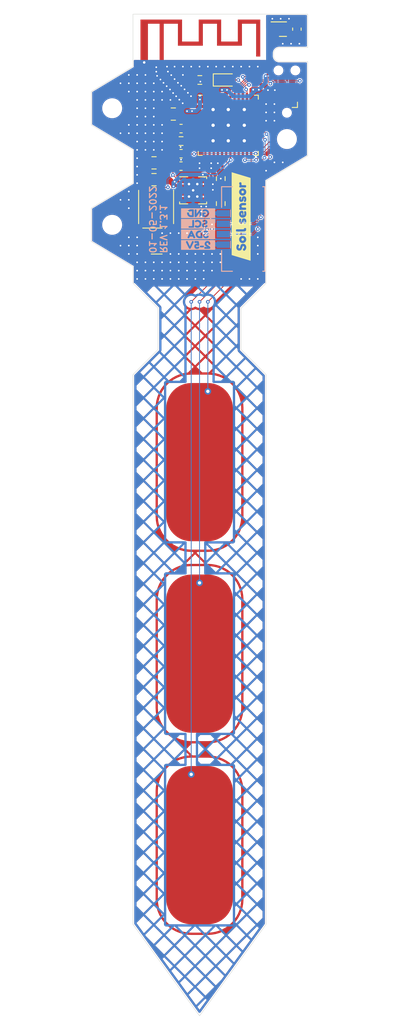
<source format=kicad_pcb>
(kicad_pcb (version 20211014) (generator pcbnew)
  (layers (0 "F.Cu" signal "Front") (31 "B.Cu" signal "Back") (34 "B.Paste" user) (35 "F.Paste" user) (36 "B.SilkS" user "B.Silkscreen") (37 "F.SilkS" user "F.Silkscreen") (38 "B.Mask" user) (39 "F.Mask" user) (44 "Edge.Cuts" user))
  (net 0 "")
  (net 1 "GND")
  (net 2 "+3V3")
  (net 3 "/EN")
  (net 4 "/BOOT")
  (net 5 "/TXD")
  (net 6 "/RXD")
  (net 7 "Net-(C3-Pad1)")
  (net 8 "/SCL_{1}")
  (net 14 "/CAP_SENSE_1")
  (net 15 "/CAP_SENSE_2")
  (net 16 "/SDA_{0}")
  (net 19 "/CAP_SENSE_3")
  (net 34 "/BAT_SENSE")
  (net 35 "/SDA_{1}")
  (net 41 "Net-(L1-Pad2)")
  (net 42 "/ANT")
  (net 43 "/BAT-")
  (net 44 "/BAT+")
  (net 45 "Net-(D1-Pad1)")
  (net 47 "Net-(D1-Pad2)")
  (net 48 "/SCL_{0}")
  (footprint "Capacitor_SMD:C_0805_2012Metric" (layer "F.Cu") (at 100.85 96.7 180)
    (fp_text reference "C7" hide)
    (fp_text value "10u")
  )
  (footprint "Capacitor_SMD:C_0603_1608Metric" (layer "F.Cu") (at 101.77999 101.45751 180)
    (fp_text reference "C6" hide)
    (fp_text value "100n")
  )
  (footprint "Package_DFN_QFN:QFN-48-1EP_7x7mm_P0.5mm_EP5.15x5.15mm" (layer "F.Cu") (at 107.455 98.045)
    (fp_text reference "U3")
    (fp_text value "ESP32-PICO-V3")
  )
  (footprint "Capacitor_SMD:C_0603_1608Metric" (layer "F.Cu") (at 101.77999 98.445 180)
    (fp_text reference "C8" hide)
    (fp_text value "100n")
  )
  (footprint "Connector:Tag-Connect_TC2030-IDC-NL_2x03_P1.27mm_Vertical" (layer "F.Cu") (at 114.5 94 90)
    (fp_text reference "J2")
    (fp_text value "ESP-PROG")
  )
  (footprint "RF_Antenna:Texas_SWRA117D_2.4GHz_Right" (layer "F.Cu") (at 99.45 90.5)
    (fp_text reference "AE1")
    (fp_text value "Antenna_Chip")
  )
  (footprint "Resistor_SMD:R_0603_1608Metric" (layer "F.Cu") (at 101.77999 99.945)
    (fp_text reference "R3" hide)
    (fp_text value "10k")
  )
  (footprint "Resistor_SMD:R_0603_1608Metric" (layer "F.Cu") (at 106.55 104.45 -90)
    (fp_text reference "R1" hide)
    (fp_text value "1M5")
  )
  (footprint "Capacitor_SMD:C_0805_2012Metric" (layer "F.Cu") (at 98.52999 102.55751 180)
    (fp_text reference "C5" hide)
    (fp_text value "10u")
  )
  (footprint "LED_SMD:LED_0603_1608Metric" (layer "F.Cu") (at 107.13625 92.605)
    (fp_text reference "D1")
    (fp_text value "LED")
  )
  (footprint "Resistor_SMD:R_0603_1608Metric" (layer "F.Cu") (at 104.03625 92.605 180)
    (fp_text reference "R4" hide)
    (fp_text value "3k3")
  )
  (footprint "kibuzzard-61BE0345" (layer "F.Cu") (at 109 109 90)
    (fp_text reference "kibuzzard-61BE0345" hide)
    (fp_text value "G***" hide)
  )
  (footprint "MountingHole:MountingHole_2.2mm_M2_ISO14580" (layer "F.Cu") (at 93.5 96)
    (fp_text reference "REF**")
    (fp_text value "MountingHole_2.2mm_M2_ISO14580")
  )
  (footprint "Soil_Sensor:XDCR_SHT40-AD1B-R2" (layer "F.Cu") (at 113.7 86.5)
    (fp_text reference "U1")
    (fp_text value "SHT4x")
  )
  (footprint "Capacitor_SMD:C_0603_1608Metric" (layer "F.Cu") (at 101.775 102.95)
    (fp_text reference "C3" hide)
    (fp_text value "100nF")
  )
  (footprint "MountingHole:MountingHole_2.2mm_M2_ISO14580" (layer "F.Cu") (at 114.5 99.7)
    (fp_text reference "REF**")
    (fp_text value "MountingHole_2.2mm_M2_ISO14580")
  )
  (footprint "Package_SON:Texas_S-PVSON-N10_ThermalVias" (layer "F.Cu") (at 103.22999 105.85751)
    (fp_text reference "U2" hide)
    (fp_text value "TPS61201DRCT")
  )
  (footprint "MountingHole:MountingHole_2.2mm_M2_ISO14580" (layer "F.Cu") (at 93.5 110)
    (fp_text reference "REF**")
    (fp_text value "MountingHole_2.2mm_M2_ISO14580")
  )
  (footprint "Package_TO_SOT_SMD:SOT-23" (layer "F.Cu") (at 98.85 111.95)
    (fp_text reference "Q1" hide)
    (fp_text value "SI2312")
  )
  (footprint "Capacitor_SMD:C_0603_1608Metric" (layer "F.Cu") (at 102.575 108.95)
    (fp_text reference "C2" hide)
    (fp_text value "4.7uF")
  )
  (footprint "Inductor_SMD:L_Taiyo-Yuden_NR-40xx" (layer "F.Cu") (at 98.77999 107.85751 90)
    (fp_text reference "L1" hide)
    (fp_text value "2.2uH")
  )
  (footprint "Capacitor_SMD:C_0603_1608Metric" (layer "F.Cu") (at 115.7 86.5 90)
    (fp_text reference "C1" hide)
    (fp_text value "100n")
  )
  (footprint "Capacitor_SMD:C_0805_2012Metric" (layer "F.Cu") (at 98.525 104.575 180)
    (fp_text reference "C4" hide)
    (fp_text value "10u")
  )
  (footprint "Resistor_SMD:R_0603_1608Metric" (layer "F.Cu") (at 106.55 107.45 -90)
    (fp_text reference "R2" hide)
    (fp_text value "250k")
  )
  (footprint "kibuzzard-61BE000A" (layer "B.Cu") (at 103.827 111.147 180)
    (fp_text reference "kibuzzard-61BE000A" hide)
    (fp_text value "G***" hide)
  )
  (footprint "Soil_Sensor:MOLEX_532610471" (layer "B.Cu") (at 109.25 110.5 -90)
    (fp_text reference "J1")
    (fp_text value "532610471")
  )
  (footprint "kibuzzard-61BE0025" (layer "B.Cu") (at 103.827 108.607 180)
    (fp_text reference "kibuzzard-61BE0025" hide)
    (fp_text value "G***" hide)
  )
  (footprint "kibuzzard-61BE001F" (layer "B.Cu") (at 103.827 109.877 180)
    (fp_text reference "kibuzzard-61BE001F" hide)
    (fp_text value "G***" hide)
  )
  (footprint "kibuzzard-61BE0016" (layer "B.Cu") (at 103.827 112.417 180)
    (fp_text reference "kibuzzard-61BE0016" hide)
    (fp_text value "G***" hide)
  )
  (gr_line (start 112 194) (end 112 128) (layer "Edge.Cuts") (width 0.05))
  (gr_line (start 117 88.7) (end 113.6 88.7) (layer "Edge.Cuts") (width 0.05))
  (gr_line (start 113.594975 90.4) (end 117 90.4) (layer "Edge.Cuts") (width 0.05))
  (gr_line (start 99 120) (end 99 125) (layer "Edge.Cuts") (width 0.05))
  (gr_arc (start 112.9 89.4) (mid 113.105025 88.905025) (end 113.6 88.7) (layer "Edge.Cuts") (width 0.05))
  (gr_line (start 96 91) (end 91 94) (layer "Edge.Cuts") (width 0.05))
  (gr_line (start 96 101) (end 91 98) (layer "Edge.Cuts") (width 0.05))
  (gr_line (start 96 128) (end 99 125) (layer "Edge.Cuts") (width 0.05))
  (gr_line (start 117 101.7) (end 117 90.4) (layer "Edge.Cuts") (width 0.05))
  (gr_line (start 109 125) (end 112 128) (layer "Edge.Cuts") (width 0.05))
  (gr_line (start 112 194) (end 104 205) (layer "Edge.Cuts") (width 0.05))
  (gr_line (start 96 117) (end 96 115) (layer "Edge.Cuts") (width 0.05))
  (gr_line (start 104 205) (end 96 194) (layer "Edge.Cuts") (width 0.05))
  (gr_line (start 91 112) (end 91 108) (layer "Edge.Cuts") (width 0.05))
  (gr_line (start 109 120) (end 112 117) (layer "Edge.Cuts") (width 0.05))
  (gr_line (start 114.7 84.7) (end 96 84.7) (layer "Edge.Cuts") (width 0.05))
  (gr_line (start 99 120) (end 96 117) (layer "Edge.Cuts") (width 0.05))
  (gr_line (start 112.9 89.4) (end 112.894975 89.705025) (layer "Edge.Cuts") (width 0.05))
  (gr_line (start 96 105) (end 91 108) (layer "Edge.Cuts") (width 0.05))
  (gr_line (start 96 105) (end 96 101) (layer "Edge.Cuts") (width 0.05))
  (gr_line (start 96 84.7) (end 96 91) (layer "Edge.Cuts") (width 0.05))
  (gr_line (start 114.7 84.7) (end 117 84.7) (layer "Edge.Cuts") (width 0.05))
  (gr_line (start 117 88.7) (end 117 84.7) (layer "Edge.Cuts") (width 0.05))
  (gr_line (start 96 128) (end 96 194) (layer "Edge.Cuts") (width 0.05))
  (gr_line (start 117 101.7) (end 112 104.7) (layer "Edge.Cuts") (width 0.05))
  (gr_line (start 96 115) (end 91 112) (layer "Edge.Cuts") (width 0.05))
  (gr_line (start 91 98) (end 91 94) (layer "Edge.Cuts") (width 0.05))
  (gr_line (start 109 120) (end 109 125) (layer "Edge.Cuts") (width 0.05))
  (gr_arc (start 113.594975 90.4) (mid 113.10033 90.198203) (end 112.894975 89.705025) (layer "Edge.Cuts") (width 0.05))
  (gr_line (start 112 104.7) (end 112 117) (layer "Edge.Cuts") (width 0.05))
  (gr_text "REV 1.3.1\n01-05-2022" (at 99 113.5 270) (layer "B.SilkS") (effects (font (size 0.8 0.8)) (justify left mirror)))
  (segment (start 97.57999 104.55751) (end 97.57999 102.55751) (width 0.15) (layer "F.Cu") (net 1))
  (segment (start 103.81499 105.35751) (end 103.67999 105.22251) (width 0.15) (layer "F.Cu") (net 1))
  (segment (start 101.05499 101.45751) (end 102.55499 102.95751) (width 0.15) (layer "F.Cu") (net 1))
  (segment (start 104.70499 105.35751) (end 103.81499 105.35751) (width 0.15) (layer "F.Cu") (net 1))
  (segment (start 101.00499 101.45751) (end 101.05499 101.45751) (width 0.15) (layer "F.Cu") (net 1))
  (segment (start 102.64499 106.35751) (end 102.77999 106.49251) (width 0.15) (layer "F.Cu") (net 1))
  (segment (start 102.97999 107.48751) (end 102.97999 108.43251) (width 0.15) (layer "F.Cu") (net 1))
  (segment (start 103.47999 103.88251) (end 102.55499 102.95751) (width 0.15) (layer "F.Cu") (net 1))
  (segment (start 103.47999 107.40751) (end 103.47999 108.78251) (width 0.15) (layer "F.Cu") (net 1))
  (segment (start 102.97999 108.43251) (end 103.40499 108.85751) (width 0.15) (layer "F.Cu") (net 1))
  (segment (start 113.225 94) (end 113.05 93.825) (width 0.1) (layer "F.Cu") (net 1))
  (segment (start 102.97999 104.30751) (end 102.97999 103.38251) (width 0.15) (layer "F.Cu") (net 1))
  (segment (start 103.47999 108.78251) (end 103.40499 108.85751) (width 0.15) (layer "F.Cu") (net 1))
  (segment (start 101.75499 106.35751) (end 102.64499 106.35751) (width 0.15) (layer "F.Cu") (net 1))
  (segment (start 103.47999 104.30751) (end 103.47999 103.88251) (width 0.15) (layer "F.Cu") (net 1))
  (segment (start 113.865 94) (end 113.225 94) (width 0.1) (layer "F.Cu") (net 1))
  (segment (start 102.97999 103.38251) (end 102.55499 102.95751) (width 0.15) (layer "F.Cu") (net 1))
  (via (at 103.5 115.5) (size 0.45) (drill 0.2) (layers "F.Cu" "B.Cu") (net 1))
  (via (at 105.62999 96.15751) (size 0.8) (drill 0.4) (layers "F.Cu" "B.Cu") (net 1))
  (via (at 99.5 115.5) (size 0.45) (drill 0.2) (layers "F.Cu" "B.Cu") (net 1))
  (via (at 96.5 112.5) (size 0.45) (drill 0.2) (layers "F.Cu" "B.Cu") (net 1))
  (via (at 98.5 115.5) (size 0.45) (drill 0.2) (layers "F.Cu" "B.Cu") (net 1))
  (via (at 104.1 92.8) (size 0.45) (drill 0.2) (layers "F.Cu" "B.Cu") (net 1))
  (via (at 96.5 98) (size 0.45) (drill 0.2) (layers "F.Cu" "B.Cu") (net 1))
  (via (at 99.67 92.95) (size 0.45) (drill 0.2) (layers "F.Cu" "B.Cu") (net 1))
  (via (at 102.5 113.5) (size 0.45) (drill 0.2) (layers "F.Cu" "B.Cu") (net 1))
  (via (at 95.5 93) (size 0.45) (drill 0.2) (layers "F.Cu" "B.Cu") (net 1))
  (via (at 107.455 98.045) (size 0.8) (drill 0.4) (layers "F.Cu" "B.Cu") (net 1))
  (via (at 107.455 96.15751) (size 0.8) (drill 0.4) (layers "F.Cu" "B.Cu") (net 1))
  (via (at 112.75 85.25) (size 0.45) (drill 0.2) (layers "F.Cu" "B.Cu") (net 1))
  (via (at 94.5 112.5) (size 0.45) (drill 0.2) (layers "F.Cu" "B.Cu") (net 1))
  (via (at 104.5 115.5) (size 0.45) (drill 0.2) (layers "F.Cu" "B.Cu") (net 1))
  (via (at 96.5 93) (size 0.45) (drill 0.2) (layers "F.Cu" "B.Cu") (net 1))
  (via (at 95.5 106) (size 0.45) (drill 0.2) (layers "F.Cu" "B.Cu") (net 1))
  (via (at 114 88.25) (size 0.45) (drill 0.2) (layers "F.Cu" "B.Cu") (net 1))
  (via (at 113 96.5) (size 0.45) (drill 0.2) (layers "F.Cu" "B.Cu") (net 1))
  (via (at 112 103.5) (size 0.45) (drill 0.2) (layers "F.Cu" "B.Cu") (net 1))
  (via (at 98.5 99) (size 0.45) (drill 0.2) (layers "F.Cu" "B.Cu") (net 1))
  (via (at 100.09 91) (size 0.45) (drill 0.2) (layers "F.Cu" "B.Cu") (net 1))
  (via (at 99.5 111) (size 0.45) (drill 0.2) (layers "F.Cu" "B.Cu") (net 1))
  (via (at 105.4 103.2) (size 0.45) (drill 0.2) (layers "F.Cu" "B.Cu") (net 1))
  (via (at 103.5 116.5) (size 0.45) (drill 0.2) (layers "F.Cu" "B.Cu") (net 1))
  (via (at 107.455 99.90751) (size 0.8) (drill 0.4) (layers "F.Cu" "B.Cu") (net 1))
  (via (at 100.5 114.5) (size 0.45) (drill 0.2) (layers "F.Cu" "B.Cu") (net 1))
  (via (at 97.5 116.5) (size 0.45) (drill 0.2) (layers "F.Cu" "B.Cu") (net 1))
  (via (at 105.6 105.125) (size 0.45) (drill 0.2) (layers "F.Cu" "B.Cu") (net 1))
  (via (at 102.2 93.73) (size 0.45) (drill 0.2) (layers "F.Cu" "B.Cu") (net 1))
  (via (at 95.5 99) (size 0.45) (drill 0.2) (layers "F.Cu" "B.Cu") (net 1))
  (via (at 109.37999 96.15751) (size 0.8) (drill 0.4) (layers "F.Cu" "B.Cu") (net 1))
  (via (at 99.5 114.5) (size 0.45) (drill 0.2) (layers "F.Cu" "B.Cu") (net 1))
  (via (at 95.5 112.5) (size 0.45) (drill 0.2) (layers "F.Cu" "B.Cu") (net 1))
  (via (at 100.6 92.02) (size 0.45) (drill 0.2) (layers "F.Cu" "B.Cu") (net 1))
  (via (at 105.5 115.5) (size 0.45) (drill 0.2) (layers "F.Cu" "B.Cu") (net 1))
  (via (at 105.62999 99.90751) (size 0.8) (drill 0.4) (layers "F.Cu" "B.Cu") (net 1))
  (via (at 115 88.25) (size 0.45) (drill 0.2) (layers "F.Cu" "B.Cu") (net 1))
  (via (at 101 91) (size 0.45) (drill 0.2) (layers "F.Cu" "B.Cu") (net 1))
  (via (at 101.5 116.5) (size 0.45) (drill 0.2) (layers "F.Cu" "B.Cu") (net 1))
  (via (at 97.5 94) (size 0.45) (drill 0.2) (layers "F.Cu" "B.Cu") (net 1))
  (via (at 104.2 108.4) (size 0.45) (drill 0.2) (layers "F.Cu" "B.Cu") (net 1))
  (via (at 95.5 98) (size 0.45) (drill 0.2) (layers "F.Cu" "B.Cu") (net 1))
  (via (at 96.5 102) (size 0.45) (drill 0.2) (layers "F.Cu" "B.Cu") (net 1))
  (via (at 113 102.5) (size 0.45) (drill 0.2) (layers "F.Cu" "B.Cu") (net 1))
  (via (at 96.5 100) (size 0.45) (drill 0.2) (layers "F.Cu" "B.Cu") (net 1))
  (via (at 99.5 99) (size 0.45) (drill 0.2) (layers "F.Cu" "B.Cu") (net 1))
  (via (at 102.5 115.5) (size 0.45) (drill 0.2) (layers "F.Cu" "B.Cu") (net 1))
  (via (at 105.5 113.5) (size 0.45) (drill 0.2) (layers "F.Cu" "B.Cu") (net 1))
  (via (at 95.5 94) (size 0.45) (drill 0.2) (layers "F.Cu" "B.Cu") (net 1))
  (via (at 98.5 95) (size 0.45) (drill 0.2) (layers "F.Cu" "B.Cu") (net 1))
  (via (at 105.62999 98.045) (size 0.8) (drill 0.4) (layers "F.Cu" "B.Cu") (net 1))
  (via (at 104.5 116.5) (size 0.45) (drill 0.2) (layers "F.Cu" "B.Cu") (net 1))
  (via (at 96.5 105) (size 0.45) (drill 0.2) (layers "F.Cu" "B.Cu") (net 1))
  (via (at 111 113.5) (size 0.45) (drill 0.2) (layers "F.Cu" "B.Cu") (net 1))
  (via (at 96.5 111.5) (size 0.45) (drill 0.2) (layers "F.Cu" "B.Cu") (net 1))
  (via (at 104 102.6) (size 0.45) (drill 0.2) (layers "F.Cu" "B.Cu") (net 1))
  (via (at 97.5 96) (size 0.45) (drill 0.2) (layers "F.Cu" "B.Cu") (net 1))
  (via (at 103 91) (size 0.45) (drill 0.2) (layers "F.Cu" "B.Cu") (net 1))
  (via (at 111 91) (size 0.45) (drill 0.2) (layers "F.Cu" "B.Cu") (net 1))
  (via (at 99.5 95) (size 0.45) (drill 0.2) (layers "F.Cu" "B.Cu") (net 1))
  (via (at 103.5 113.5) (size 0.45) (drill 0.2) (layers "F.Cu" "B.Cu") (net 1))
  (via (at 98.5 98) (size 0.45) (drill 0.2) (layers "F.Cu" "B.Cu") (net 1))
  (via (at 100.5 113.5) (size 0.45) (drill 0.2) (layers "F.Cu" "B.Cu") (net 1))
  (via (at 98.8 91.61) (size 0.45) (drill 0.2) (layers "F.Cu" "B.Cu") (net 1))
  (via (at 105.5 114.5) (size 0.45) (drill 0.2) (layers "F.Cu" "B.Cu") (net 1))
  (via (at 100.825 94.175) (size 0.45) (drill 0.2) (layers "F.Cu" "B.Cu") (net 1))
  (via (at 112 95.5) (size 0.45) (drill 0.2) (layers "F.Cu" "B.Cu") (net 1))
  (via (at 106.5 114.5) (size 0.45) (drill 0.2) (layers "F.Cu" "B.Cu") (net 1))
  (via (at 111 116.5) (size 0.45) (drill 0.2) (layers "F.Cu" "B.Cu") (net 1))
  (via (at 101.5 115.5) (size 0.45) (drill 0.2) (layers "F.Cu" "B.Cu") (net 1))
  (via (at 101.775 102.175) (size 0.45) (drill 0.2) (layers "F.Cu" "B.Cu") (net 1))
  (via (at 116 88.25) (size 0.45) (drill 0.2) (layers "F.Cu" "B.Cu") (net 1))
  (via (at 102 92) (size 0.45) (drill 0.2) (layers "F.Cu" "B.Cu") (net 1))
  (via (at 100.5 95) (size 0.45) (drill 0.2) (layers "F.Cu" "B.Cu") (net 1))
  (via (at 110 91) (size 0.45) (drill 0.2) (layers "F.Cu" "B.Cu") (net 1))
  (via (at 98.5 101) (size 0.45) (drill 0.2) (layers "F.Cu" "B.Cu") (net 1))
  (via (at 96.5 97) (size 0.45) (drill 0.2) (layers "F.Cu" "B.Cu") (net 1))
  (via (at 113.05 93.825) (size 0.45) (drill 0.2) (layers "F.Cu" "B.Cu") (net 1))
  (via (at 104.5 113.5) (size 0.45) (drill 0.2) (layers "F.Cu" "B.Cu") (net 1))
  (via (at 98.5 100) (size 0.45) (drill 0.2) (layers "F.Cu" "B.Cu") (net 1))
  (via (at 96.5 114.5) (size 0.45) (drill 0.2) (layers "F.Cu" "B.Cu") (net 1))
  (via (at 97.5 92) (size 0.45) (drill 0.2) (layers "F.Cu" "B.Cu") (net 1))
  (via (at 104 91) (size 0.45) (drill 0.2) (layers "F.Cu" "B.Cu") (net 1))
  (via (at 96.5 104) (size 0.45) (drill 0.2) (layers "F.Cu" "B.Cu") (net 1))
  (via (at 112 97.5) (size 0.45) (drill 0.2) (layers "F.Cu" "B.Cu") (net 1))
  (via (at 100.5 115.5) (size 0.45) (drill 0.2) (layers "F.Cu" "B.Cu") (net 1))
  (via (at 98.5 93) (size 0.45) (drill 0.2) (layers "F.Cu" "B.Cu") (net 1))
  (via (at 110 116.5) (size 0.45) (drill 0.2) (layers "F.Cu" "B.Cu") (net 1))
  (via (at 109 91) (size 0.45) (drill 0.2) (layers "F.Cu" "B.Cu") (net 1))
  (via (at 103.5 114.5) (size 0.45) (drill 0.2) (layers "F.Cu" "B.Cu") (net 1))
  (via (at 101.19 94.56) (size 0.45) (drill 0.2) (layers "F.Cu" "B.Cu") (net 1))
  (via (at 97.5 98) (size 0.45) (drill 0.2) (layers "F.Cu" "B.Cu") (net 1))
  (via (at 106.55 104.45) (size 0.45) (drill 0.2) (layers "F.Cu" "B.Cu") (net 1))
  (via (at 100.45 93.75) (size 0.45) (drill 0.2) (layers "F.Cu" "B.Cu") (net 1))
  (via (at 96.5 103) (size 0.45) (drill 0.2) (layers "F.Cu" "B.Cu") (net 1))
  (via (at 101.8 93.3) (size 0.45) (drill 0.2) (layers "F.Cu" "B.Cu") (net 1))
  (via (at 99.5 98) (size 0.45) (drill 0.2) (layers "F.Cu" "B.Cu") (net 1))
  (via (at 98.5 97) (size 0.45) (drill 0.2) (layers "F.Cu" "B.Cu") (net 1))
  (via (at 107 91) (size 0.45) (drill 0.2) (layers "F.Cu" "B.Cu") (net 1))
  (via (at 101 92.5) (size 0.45) (drill 0.2) (layers "F.Cu" "B.Cu") (net 1))
  (via (at 102 91) (size 0.45) (drill 0.2) (layers "F.Cu" "B.Cu") (net 1))
  (via (at 104.2 107.8) (size 0.45) (drill 0.2) (layers "F.Cu" "B.Cu") (net 1))
  (via (at 112 96.5) (size 0.45) (drill 0.2) (layers "F.Cu" "B.Cu") (net 1))
  (via (at 108 91) (size 0.45) (drill 0.2) (layers "F.Cu" "B.Cu") (net 1))
  (via (at 97.5 93) (size 0.45) (drill 0.2) (layers "F.Cu" "B.Cu") (net 1))
  (via (at 98.5 96) (size 0.45) (drill 0.2) (layers "F.Cu" "B.Cu") (net 1))
  (via (at 102.6 94.15) (size 0.45) (drill 0.2) (layers "F.Cu" "B.Cu") (net 1))
  (via (at 106 91) (size 0.45) (drill 0.2) (layers "F.Cu" "B.Cu") (net 1))
  (via (at 104.2 109) (size 0.45) (drill 0.2) (layers "F.Cu" "B.Cu") (net 1))
  (via (at 94.5 93) (size 0.45) (drill 0.2) (layers "F.Cu" "B.Cu") (net 1))
  (via (at 96.5 95) (size 0.45) (drill 0.2) (layers "F.Cu" "B.Cu") (net 1))
  (via (at 100.5 116.5) (size 0.45) (drill 0.2) (layers "F.Cu" "B.Cu") (net 1))
  (via (at 101.403649 92.947442) (size 0.45) (drill 0.2) (layers "F.Cu" "B.Cu") (net 1))
  (via (at 100.05 93.35) (size 0.45) (drill 0.2) (layers "F.Cu" "B.Cu") (net 1))
  (via (at 97.5 99) (size 0.45) (drill 0.2) (layers "F.Cu" "B.Cu") (net 1))
  (via (at 102.5 111) (size 0.45) (drill 0.2) (layers "F.Cu" "B.Cu") (net 1))
  (via (at 101.725 100.65) (size 0.45) (drill 0.2) (layers "F.Cu" "B.Cu") (net 1))
  (via (at 98.5 116.5) (size 0.45) (drill 0.2) (layers "F.Cu" "B.Cu") (net 1))
  (via (at 98.5 94) (size 0.45) (drill 0.2) (layers "F.Cu" "B.Cu") (net 1))
  (via (at 114.75 85.25) (size 0.45) (drill 0.2) (layers "F.Cu" "B.Cu") (net 1))
  (via (at 109.37999 98.045) (size 0.8) (drill 0.4) (layers "F.Cu" "B.Cu") (net 1))
  (via (at 106.5 113.5) (size 0.45) (drill 0.2) (layers "F.Cu" "B.Cu") (net 1))
  (via (at 102.5 116.5) (size 0.45) (drill 0.2) (layers "F.Cu" "B.Cu") (net 1))
  (via (at 101.975 95.4) (size 0.45) (drill 0.2) (layers "F.Cu" "B.Cu") (net 1))
  (via (at 104.5 114.5) (size 0.45) (drill 0.2) (layers "F.Cu" "B.Cu") (net 1))
  (via (at 95.5 107) (size 0.45) (drill 0.2) (layers "F.Cu" "B.Cu") (net 1))
  (via (at 105.4 102.6) (size 0.45) (drill 0.2) (layers "F.Cu" "B.Cu") (net 1))
  (via (at 100.5 111) (size 0.45) (drill 0.2) (layers "F.Cu" "B.Cu") (net 1))
  (via (at 99.5 94) (size 0.45) (drill 0.2) (layers "F.Cu" "B.Cu") (net 1))
  (via (at 109.37999 99.90751) (size 0.8) (drill 0.4) (layers "F.Cu" "B.Cu") (net 1))
  (via (at 95.5 111.5) (size 0.45) (drill 0.2) (layers "F.Cu" "B.Cu") (net 1))
  (via (at 105 91) (size 0.45) (drill 0.2) (layers "F.Cu" "B.Cu") (net 1))
  (via (at 102.975 94.55) (size 0.45) (drill 0.2) (layers "F.Cu" "B.Cu") (net 1))
  (via (at 99.5 101) (size 0.45) (drill 0.2) (layers "F.Cu" "B.Cu") (net 1))
  (via (at 105.6 105.8) (size 0.45) (drill 0.2) (layers "F.Cu" "B.Cu") (net 1))
  (via (at 104 103.2) (size 0.45) (drill 0.2) (layers "F.Cu" "B.Cu") (net 1))
  (via (at 111 111.5) (size 0.45) (drill 0.2) (layers "F.Cu" "B.Cu") (net 1))
  (via (at 99.3 92.55) (size 0.45) (drill 0.2) (layers "F.Cu" "B.Cu") (net 1))
  (via (at 99.5 100) (size 0.45) (drill 0.2) (layers "F.Cu" "B.Cu") (net 1))
  (via (at 97.5 114.5) (size 0.45) (drill 0.2) (layers "F.Cu" "B.Cu") (net 1))
  (via (at 95.5 92) (size 0.45) (drill 0.2) (layers "F.Cu" "B.Cu") (net 1))
  (via (at 106.2 102.6) (size 0.45) (drill 0.2) (layers "F.Cu" "B.Cu") (net 1))
  (via (at 99.5 116.5) (size 0.45) (drill 0.2) (layers "F.Cu" "B.Cu") (net 1))
  (via (at 96.5 101) (size 0.45) (drill 0.2) (layers "F.Cu" "B.Cu") (net 1))
  (via (at 98.5 114.5) (size 0.45) (drill 0.2) (layers "F.Cu" "B.Cu") (net 1))
  (via (at 96.5 99) (size 0.45) (drill 0.2) (layers "F.Cu" "B.Cu") (net 1))
  (via (at 95.5 108) (size 0.45) (drill 0.2) (layers "F.Cu" "B.Cu") (net 1))
  (via (at 97.5 101) (size 0.45) (drill 0.2) (layers "F.Cu" "B.Cu") (net 1))
  (via (at 97.5 100) (size 0.45) (drill 0.2) (layers "F.Cu" "B.Cu") (net 1))
  (via (at 97.5 95) (size 0.45) (drill 0.2) (layers "F.Cu" "B.Cu") (net 1))
  (via (at 97.5 97) (size 0.45) (drill 0.2) (layers "F.Cu" "B.Cu") (net 1))
  (via (at 97.5 115.5) (size 0.45) (drill 0.2) (layers "F.Cu" "B.Cu") (net 1))
  (via (at 109 116.5) (size 0.45) (drill 0.2) (layers "F.Cu" "B.Cu") (net 1))
  (via (at 113.75 85.25) (size 0.45) (drill 0.2) (layers "F.Cu" "B.Cu") (net 1))
  (via (at 96.5 116.5) (size 0.45) (drill 0.2) (layers "F.Cu" "B.Cu") (net 1))
  (via (at 96.5 94) (size 0.45) (drill 0.2) (layers "F.Cu" "B.Cu") (net 1))
  (via (at 101.5 113.5) (size 0.45) (drill 0.2) (layers "F.Cu" "B.Cu") (net 1))
  (via (at 96.5 113.5) (size 0.45) (drill 0.2) (layers "F.Cu" "B.Cu") (net 1))
  (via (at 114 102.5) (size 0.45) (drill 0.2) (layers "F.Cu" "B.Cu") (net 1))
  (via (at 98.8 91.07) (size 0.45) (drill 0.2) (layers "F.Cu" "B.Cu") (net 1))
  (via (at 102.5 114.5) (size 0.45) (drill 0.2) (layers "F.Cu" "B.Cu") (net 1))
  (via (at 96.5 96) (size 0.45) (drill 0.2) (layers "F.Cu" "B.Cu") (net 1))
  (via (at 112.225 93.825) (size 0.45) (drill 0.2) (layers "F.Cu" "B.Cu") (net 1))
  (via (at 96.5 92) (size 0.45) (drill 0.2) (layers "F.Cu" "B.Cu") (net 1))
  (via (at 113 95.5) (size 0.45) (drill 0.2) (layers "F.Cu" "B.Cu") (net 1))
  (via (at 94.5 99) (size 0.45) (drill 0.2) (layers "F.Cu" "B.Cu") (net 1))
  (via (at 101.5 114.5) (size 0.45) (drill 0.2) (layers "F.Cu" "B.Cu") (net 1))
  (via (at 95.5 113.5) (size 0.45) (drill 0.2) (layers "F.Cu" "B.Cu") (net 1))
  (via (at 104.8 107.8) (size 0.45) (drill 0.2) (layers "F.Cu" "B.Cu") (net 1))
  (via (at 100.2 91.6) (size 0.45) (drill 0.2) (layers "F.Cu" "B.Cu") (net 1))
  (via (at 113 97.5) (size 0.45) (drill 0.2) (layers "F.Cu" "B.Cu") (net 1))
  (via (at 94.5 107) (size 0.45) (drill 0.2) (layers "F.Cu" "B.Cu") (net 1))
  (via (at 96.5 115.5) (size 0.45) (drill 0.2) (layers "F.Cu" "B.Cu") (net 1))
  (via (at 111 112.5) (size 0.45) (drill 0.2) (layers "F.Cu" "B.Cu") (net 1))
  (via (at 98.9 92.11) (size 0.45) (drill 0.2) (layers "F.Cu" "B.Cu") (net 1))
  (via (at 101.57 94.97) (size 0.45) (drill 0.2) (layers "F.Cu" "B.Cu") (net 1))
  (via (at 101.5 111) (size 0.45) (drill 0.2) (layers "F.Cu" "B.Cu") (net 1))
  (segment (start 100.075 104.575) (end 99.475 104.575) (width 0.1) (layer "F.Cu") (net 2))
  (segment (start 112.8 87.5) (end 113.8 87.5) (width 0.2) (layer "F.Cu") (net 2))
  (segment (start 99.475 104.575) (end 99.475 102.5625) (width 0.1) (layer "F.Cu") (net 2))
  (segment (start 104.552946 94.02048) (end 105.854521 94.02048) (width 0.1) (layer "F.Cu") (net 2))
  (segment (start 113.8 87.5) (end 114.4 86.9) (width 0.2) (layer "F.Cu") (net 2))
  (segment (start 104.0175 94.555926) (end 104.552946 94.02048) (width 0.1) (layer "F.Cu") (net 2))
  (segment (start 100.875 105.375) (end 101.4525 105.375) (width 0.1) (layer "F.Cu") (net 2))
  (segment (start 104.70499 104.27999) (end 104.70499 104.85751) (width 0.1) (layer "F.Cu") (net 2))
  (segment (start 114.4 86.9) (end 115.325 86.9) (width 0.2) (layer "F.Cu") (net 2))
  (segment (start 100.875 105.375) (end 100.075 104.575) (width 0.1) (layer "F.Cu") (net 2))
  (segment (start 113.865 95.27) (end 113.2025 94.6075) (width 0.5) (layer "F.Cu") (net 2))
  (segment (start 99.475 102.5625) (end 99.47999 102.55751) (width 0.1) (layer "F.Cu") (net 2))
  (segment (start 107.705 101.4825) (end 107.705 102.155) (width 0.2) (layer "F.Cu") (net 2))
  (segment (start 105.705 94.170001) (end 105.854521 94.02048) (width 0.1) (layer "F.Cu") (net 2))
  (segment (start 112.6 87.7) (end 112.8 87.5) (width 0.2) (layer "F.Cu") (net 2))
  (segment (start 101.4525 105.375) (end 101.46999 105.35751) (width 0.1) (layer "F.Cu") (net 2))
  (segment (start 100.95499 99.945) (end 100.20547 100.69452) (width 0.5) (layer "F.Cu") (net 2))
  (segment (start 104.0175 95.295) (end 104.0175 94.555926) (width 0.1) (layer "F.Cu") (net 2))
  (segment (start 110.9075 94.6075) (end 110.205 94.6075) (width 0.1) (layer "F.Cu") (net 2))
  (segment (start 110.205 94.6075) (end 110.205 94.02) (width 0.1) (layer "F.Cu") (net 2))
  (segment (start 107.205 94.170001) (end 107.205 94.6075) (width 0.1) (layer "F.Cu") (net 2))
  (segment (start 100.20547 101.83203) (end 99.47999 102.55751) (width 0.5) (layer "F.Cu") (net 2))
  (segment (start 102.45499 98.445) (end 100.95499 99.945) (width 0.5) (layer "F.Cu") (net 2))
  (segment (start 107.3 93.8) (end 107.07952 94.02048) (width 0.1) (layer "F.Cu") (net 2))
  (segment (start 100.20547 100.69452) (end 100.20547 101.83203) (width 0.5) (layer "F.Cu") (net 2))
  (segment (start 113.2025 94.6075) (end 110.9075 94.6075) (width 0.5) (layer "F.Cu") (net 2))
  (segment (start 115.325 86.9) (end 115.7 87.275) (width 0.2) (layer "F.Cu") (net 2))
  (segment (start 105.705 94.6075) (end 105.705 94.170001) (width 0.1) (layer "F.Cu") (net 2))
  (segment (start 107.055479 94.02048) (end 107.205 94.170001) (width 0.1) (layer "F.Cu") (net 2))
  (segment (start 110.205 94.02) (end 110.45 93.775) (width 0.1) (layer "F.Cu") (net 2))
  (segment (start 107.07952 94.02048) (end 107.055479 94.02048) (width 0.1) (layer "F.Cu") (net 2))
  (segment (start 105.854521 94.02048) (end 107.055479 94.02048) (width 0.1) (layer "F.Cu") (net 2))
  (segment (start 102.095 96.795) (end 102 96.7) (width 0.1) (layer "F.Cu") (net 2))
  (segment (start 107.705 102.155) (end 107.75 102.2) (width 0.2) (layer "F.Cu") (net 2))
  (segment (start 102.55499 98.445) (end 102.45499 98.445) (width 0.5) (layer "F.Cu") (net 2))
  (segment (start 112.6 91.5) (end 112.6 87.7) (width 0.2) (layer "F.Cu") (net 2))
  (segment (start 111.95 92.15) (end 112.6 91.5) (width 0.2) (layer "F.Cu") (net 2))
  (segment (start 104.4 103.975) (end 104.70499 104.27999) (width 0.1) (layer "F.Cu") (net 2))
  (via (at 100.875 105.375) (size 0.45) (drill 0.2) (layers "F.Cu" "B.Cu") (net 2))
  (via (at 110.45 93.775) (size 0.45) (drill 0.2) (layers "F.Cu" "B.Cu") (net 2))
  (via (at 104.05 94.95) (size 0.45) (drill 0.2) (layers "F.Cu" "B.Cu") (net 2))
  (via (at 111.95 92.15) (size 0.45) (drill 0.2) (layers "F.Cu" "B.Cu") (net 2))
  (via (at 111.125 93.775) (size 0.45) (drill 0.2) (layers "F.Cu" "B.Cu") (net 2))
  (via (at 107.75 102.2) (size 0.45) (drill 0.2) (layers "F.Cu" "B.Cu") (net 2))
  (via (at 107.3 93.8) (size 0.45) (drill 0.2) (layers "F.Cu" "B.Cu") (net 2))
  (via (at 102.5 96.35) (size 0.45) (drill 0.2) (layers "F.Cu" "B.Cu") (net 2))
  (via (at 101.005488 104.818213) (size 0.45) (drill 0.2) (layers "F.Cu" "B.Cu") (net 2))
  (via (at 103.1 96.35) (size 0.45) (drill 0.2) (layers "F.Cu" "B.Cu") (net 2))
  (via (at 106.7 93.8) (size 0.45) (drill 0.2) (layers "F.Cu" "B.Cu") (net 2))
  (via (at 104.05 94.5) (size 0.45) (drill 0.2) (layers "F.Cu" "B.Cu") (net 2))
  (via (at 104.4 103.975) (size 0.45) (drill 0.2) (layers "F.Cu" "B.Cu") (net 2))
  (segment (start 103.05 96.35) (end 102.5 96.35) (width 0.5) (layer "B.Cu") (net 2))
  (segment (start 104.05 95.9) (end 104.05 94.5) (width 0.5) (layer "B.Cu") (net 2))
  (segment (start 103.05 96.35) (end 103.6 96.35) (width 0.5) (layer "B.Cu") (net 2))
  (segment (start 100.875 105.375) (end 100.875 104.948701) (width 0.5) (layer "B.Cu") (net 2))
  (segment (start 105.975 103.975) (end 107.75 102.2) (width 0.2) (layer "B.Cu") (net 2))
  (segment (start 100.875 104.948701) (end 101.005488 104.818213) (width 0.5) (layer "B.Cu") (net 2))
  (segment (start 110.45 94.112811) (end 109.984342 94.578469) (width 0.5) (layer "B.Cu") (net 2))
  (segment (start 109.984342 94.578469) (end 108.078469 94.578469) (width 0.5) (layer "B.Cu") (net 2))
  (segment (start 104.05 94.95) (end 104.05 94.5) (width 0.5) (layer "B.Cu") (net 2))
  (segment (start 104.7 103.975) (end 105.975 103.975) (width 0.2) (layer "B.Cu") (net 2))
  (segment (start 103.6 96.35) (end 103.95 96) (width 0.5) (layer "B.Cu") (net 2))
  (segment (start 100.875 104.963478) (end 101.863478 103.975) (width 0.5) (layer "B.Cu") (net 2))
  (segment (start 110.45 93.775) (end 111.125 93.775) (width 0.5) (layer "B.Cu") (net 2))
  (segment (start 111.95 92.95) (end 111.125 93.775) (width 0.5) (layer "B.Cu") (net 2))
  (segment (start 104.4 103.975) (end 104.7 103.975) (width 0.5) (layer "B.Cu") (net 2))
  (segment (start 101.863478 103.975) (end 104.4 103.975) (width 0.5) (layer "B.Cu") (net 2))
  (segment (start 110.45 93.775) (end 110.45 94.112811) (width 0.5) (layer "B.Cu") (net 2))
  (segment (start 110.787811 93.775) (end 110.45 94.112811) (width 0.5) (layer "B.Cu") (net 2))
  (segment (start 103.95 96) (end 104.05 95.9) (width 0.5) (layer "B.Cu") (net 2))
  (segment (start 107.3 93.8) (end 106.7 93.8) (width 0.5) (layer "B.Cu") (net 2))
  (segment (start 108.078469 94.578469) (end 107.3 93.8) (width 0.5) (layer "B.Cu") (net 2))
  (segment (start 100.875 105.375) (end 100.875 104.963478) (width 0.5) (layer "B.Cu") (net 2))
  (segment (start 111.95 92.15) (end 111.95 92.95) (width 0.5) (layer "B.Cu") (net 2))
  (segment (start 111.125 93.775) (end 110.787811 93.775) (width 0.5) (layer "B.Cu") (net 2))
  (segment (start 113.8 97.45) (end 112.6 98.65) (width 0.1) (layer "F.Cu") (net 3))
  (segment (start 115.25 97.45) (end 113.8 97.45) (width 0.1) (layer "F.Cu") (net 3))
  (segment (start 115.675 95.81) (end 115.675 97.025) (width 0.1) (layer "F.Cu") (net 3))
  (segment (start 102.55499 101.45751) (end 102.55499 99.995) (width 0.15) (layer "F.Cu") (net 3))
  (segment (start 112.6 98.65) (end 112.6 99.826574) (width 0.1) (layer "F.Cu") (net 3))
  (segment (start 103.35 101.5) (end 102.59748 101.5) (width 0.1) (layer "F.Cu") (net 3))
  (segment (start 103.580001 99.295) (end 102.930001 99.945) (width 0.15) (layer "F.Cu") (net 3))
  (segment (start 115.675 97.025) (end 115.25 97.45) (width 0.1) (layer "F.Cu") (net 3))
  (segment (start 112.6 99.826574) (end 110.976574 101.45) (width 0.1) (layer "F.Cu") (net 3))
  (segment (start 102.59748 101.5) (end 102.55499 101.45751) (width 0.1) (layer "F.Cu") (net 3))
  (segment (start 110.976574 101.45) (end 110.75 101.45) (width 0.1) (layer "F.Cu") (net 3))
  (segment (start 102.55499 99.995) (end 102.60499 99.945) (width 0.15) (layer "F.Cu") (net 3))
  (segment (start 104.0175 99.295) (end 103.580001 99.295) (width 0.15) (layer "F.Cu") (net 3))
  (segment (start 115.135 95.27) (end 115.675 95.81) (width 0.1) (layer "F.Cu") (net 3))
  (segment (start 102.930001 99.945) (end 102.60499 99.945) (width 0.15) (layer "F.Cu") (net 3))
  (via (at 103.35 101.5) (size 0.45) (drill 0.2) (layers "F.Cu" "B.Cu") (net 3))
  (via (at 110.75 101.45) (size 0.45) (drill 0.2) (layers "F.Cu" "B.Cu") (net 3))
  (segment (start 110.75 101.45) (end 103.4 101.45) (width 0.1) (layer "B.Cu") (net 3))
  (segment (start 103.4 101.45) (end 103.35 101.5) (width 0.1) (layer "B.Cu") (net 3))
  (segment (start 114.183205 92.73) (end 114.803205 93.35) (width 0.1) (layer "F.Cu") (net 4))
  (segment (start 114.803205 93.35) (end 115.5 93.35) (width 0.1) (layer "F.Cu") (net 4))
  (segment (start 115.875 97.107152) (end 115.33264 97.649511) (width 0.1) (layer "F.Cu") (net 4))
  (segment (start 109.705 101.995) (end 109.45 102.25) (width 0.1) (layer "F.Cu") (net 4))
  (segment (start 109.705 101.4825) (end 109.705 101.995) (width 0.1) (layer "F.Cu") (net 4))
  (segment (start 115.33264 97.649511) (end 113.882641 97.649511) (width 0.1) (layer "F.Cu") (net 4))
  (segment (start 113.865 92.73) (end 114.183205 92.73) (width 0.1) (layer "F.Cu") (net 4))
  (segment (start 113.882641 97.649511) (end 112.8 98.732152) (width 0.1) (layer "F.Cu") (net 4))
  (segment (start 115.5 93.35) (end 115.875 93.725) (width 0.1) (layer "F.Cu") (net 4))
  (segment (start 112.8 100.2) (end 110.8 102.2) (width 0.1) (layer "F.Cu") (net 4))
  (segment (start 115.875 93.725) (end 115.875 97.107152) (width 0.1) (layer "F.Cu") (net 4))
  (segment (start 112.8 98.732152) (end 112.8 100.2) (width 0.1) (layer "F.Cu") (net 4))
  (via (at 109.45 102.25) (size 0.45) (drill 0.2) (layers "F.Cu" "B.Cu") (net 4))
  (via (at 110.8 102.2) (size 0.45) (drill 0.2) (layers "F.Cu" "B.Cu") (net 4))
  (segment (start 110.8 102.2) (end 110.75 102.25) (width 0.1) (layer "B.Cu") (net 4))
  (segment (start 110.75 102.25) (end 109.45 102.25) (width 0.1) (layer "B.Cu") (net 4))
  (segment (start 112.663033 92.613033) (end 113.45 93.4) (width 0.1) (layer "F.Cu") (net 5))
  (segment (start 113.45 93.4) (end 114.535 93.4) (width 0.1) (layer "F.Cu") (net 5))
  (segment (start 109.619119 92.613033) (end 112.663033 92.613033) (width 0.1) (layer "F.Cu") (net 5))
  (segment (start 108.205 94.6075) (end 108.205 94.027152) (width 0.1) (layer "F.Cu") (net 5))
  (segment (start 108.205 94.027152) (end 109.619119 92.613033) (width 0.1) (layer "F.Cu") (net 5))
  (segment (start 114.535 93.4) (end 115.135 94) (width 0.1) (layer "F.Cu") (net 5))
  (segment (start 108.705 94.6075) (end 108.705 93.809304) (width 0.1) (layer "F.Cu") (net 6))
  (segment (start 112.275008 92.812544) (end 112.515234 93.05277) (width 0.1) (layer "F.Cu") (net 6))
  (segment (start 109.70176 92.812544) (end 112.275008 92.812544) (width 0.1) (layer "F.Cu") (net 6))
  (segment (start 116.05 92.7) (end 115.165 92.7) (width 0.1) (layer "F.Cu") (net 6))
  (segment (start 108.705 93.809304) (end 109.70176 92.812544) (width 0.1) (layer "F.Cu") (net 6))
  (segment (start 115.165 92.7) (end 115.135 92.73) (width 0.1) (layer "F.Cu") (net 6))
  (via (at 112.515234 93.05277) (size 0.45) (drill 0.2) (layers "F.Cu" "B.Cu") (net 6))
  (via (at 116.05 92.7) (size 0.45) (drill 0.2) (layers "F.Cu" "B.Cu") (net 6))
  (segment (start 112.818004 92.75) (end 112.515234 93.05277) (width 0.1) (layer "B.Cu") (net 6))
  (segment (start 116.05 92.7) (end 116 92.75) (width 0.1) (layer "B.Cu") (net 6))
  (segment (start 116 92.75) (end 112.818004 92.75) (width 0.1) (layer "B.Cu") (net 6))
  (segment (start 96.6 110.85) (end 96.6 105.888478) (width 0.1) (layer "F.Cu") (net 7))
  (segment (start 100.8 103.15) (end 101 102.95) (width 0.1) (layer "F.Cu") (net 7))
  (segment (start 96.75 111) (end 96.6 110.85) (width 0.1) (layer "F.Cu") (net 7))
  (segment (start 96.988478 105.5) (end 100.2 105.5) (width 0.1) (layer "F.Cu") (net 7))
  (segment (start 100.8 104) (end 100.8 103.15) (width 0.1) (layer "F.Cu") (net 7))
  (segment (start 101.65751 104.85751) (end 100.8 104) (width 0.1) (layer "F.Cu") (net 7))
  (segment (start 96.6 105.888478) (end 96.988478 105.5) (width 0.1) (layer "F.Cu") (net 7))
  (segment (start 101.75499 104.85751) (end 101.65751 104.85751) (width 0.1) (layer "F.Cu") (net 7))
  (segment (start 97.9125 111) (end 96.75 111) (width 0.1) (layer "F.Cu") (net 7))
  (via (at 100.8 104) (size 0.45) (drill 0.2) (layers "F.Cu" "B.Cu") (net 7))
  (via (at 100.2 105.5) (size 0.45) (drill 0.2) (layers "F.Cu" "B.Cu") (net 7))
  (segment (start 100.2 104.6) (end 100.8 104) (width 0.1) (layer "B.Cu") (net 7))
  (segment (start 100.2 105.5) (end 100.2 104.6) (width 0.1) (layer "B.Cu") (net 7))
  (segment (start 110.8925 98.795) (end 111.745 98.795) (width 0.1) (layer "F.Cu") (net 8))
  (segment (start 111.2745 108.999999) (end 111.374501 109.1) (width 0.1) (layer "F.Cu") (net 8))
  (segment (start 111.745 98.795) (end 112.05 99.1) (width 0.1) (layer "F.Cu") (net 8))
  (segment (start 111.2745 103.0755) (end 111.2745 108.999999) (width 0.1) (layer "F.Cu") (net 8))
  (segment (start 112.5 101.85) (end 111.2745 103.0755) (width 0.1) (layer "F.Cu") (net 8))
  (via (at 112.5 101.85) (size 0.45) (drill 0.2) (layers "F.Cu" "B.Cu") (net 8))
  (via (at 112.05 99.1) (size 0.45) (drill 0.2) (layers "F.Cu" "B.Cu") (net 8))
  (via (at 111.374501 109.1) (size 0.45) (drill 0.2) (layers "F.Cu" "B.Cu") (net 8))
  (segment (start 112.05 99.1) (end 112.25 99.3) (width 0.1) (layer "B.Cu") (net 8))
  (segment (start 112.25 101.6) (end 112.5 101.85) (width 0.1) (layer "B.Cu") (net 8))
  (segment (start 106.85 109.875) (end 110.599501 109.875) (width 0.1) (layer "B.Cu") (net 8))
  (segment (start 112.25 99.3) (end 112.25 101.6) (width 0.1) (layer "B.Cu") (net 8))
  (segment (start 110.599501 109.875) (end 111.374501 109.1) (width 0.1) (layer "B.Cu") (net 8))
  (segment (start 109.7 103) (end 109.7 114.55) (width 0.1) (layer "F.Cu") (net 14))
  (segment (start 109.7 114.55) (end 105 119.25) (width 0.1) (layer "F.Cu") (net 14))
  (segment (start 110.205 102.495) (end 109.7 103) (width 0.1) (layer "F.Cu") (net 14))
  (segment (start 110.205 101.4825) (end 110.205 102.495) (width 0.1) (layer "F.Cu") (net 14))
  (via (at 105 119.25) (size 0.45) (drill 0.2) (layers "F.Cu" "B.Cu") (net 14))
  (via (at 105 130) (size 0.8) (drill 0.4) (layers "F.Cu" "B.Cu") (net 14))
  (segment (start 105 130) (end 105 119.25) (width 0.1) (layer "B.Cu") (net 14))
  (segment (start 108.205 101.4825) (end 108.205 102.155) (width 0.1) (layer "F.Cu") (net 15))
  (segment (start 109 114.25) (end 104 119.25) (width 0.1) (layer "F.Cu") (net 15))
  (segment (start 108.205 102.155) (end 109 102.95) (width 0.1) (layer "F.Cu") (net 15))
  (segment (start 109 102.95) (end 109 114.25) (width 0.1) (layer "F.Cu") (net 15))
  (via (at 104 119.25) (size 0.45) (drill 0.2) (layers "F.Cu" "B.Cu") (net 15))
  (via (at 104 153) (size 0.8) (drill 0.4) (layers "F.Cu" "B.Cu") (net 15))
  (segment (start 104 153) (end 104 119.25) (width 0.1) (layer "B.Cu") (net 15))
  (segment (start 110.985989 92.214011) (end 112.1 91.1) (width 0.1) (layer "F.Cu") (net 16))
  (segment (start 112.1 86.7) (end 112.7 86.1) (width 0.1) (layer "F.Cu") (net 16))
  (segment (start 109.596455 93.2) (end 109.95 93.2) (width 0.1) (layer "F.Cu") (net 16))
  (segment (start 112.7 86.1) (end 113 86.1) (width 0.1) (layer "F.Cu") (net 16))
  (segment (start 109.205 94.6075) (end 109.205 93.591455) (width 0.1) (layer "F.Cu") (net 16))
  (segment (start 109.205 93.591455) (end 109.596455 93.2) (width 0.1) (layer "F.Cu") (net 16))
  (segment (start 112.1 91.1) (end 112.1 86.7) (width 0.1) (layer "F.Cu") (net 16))
  (segment (start 109.206354 92.214011) (end 110.985989 92.214011) (width 0.1) (layer "F.Cu") (net 16))
  (via (at 109.206354 92.214011) (size 0.45) (drill 0.2) (layers "F.Cu" "B.Cu") (net 16))
  (via (at 109.95 93.2) (size 0.45) (drill 0.2) (layers "F.Cu" "B.Cu") (net 16))
  (segment (start 109.206354 92.456354) (end 109.206354 92.214011) (width 0.1) (layer "B.Cu") (net 16))
  (segment (start 109.95 93.2) (end 109.206354 92.456354) (width 0.1) (layer "B.Cu") (net 16))
  (segment (start 108.25 103.45) (end 108.25 114) (width 0.1) (layer "F.Cu") (net 19))
  (segment (start 107.205 101.4825) (end 107.205 102.405) (width 0.1) (layer "F.Cu") (net 19))
  (segment (start 107.205 102.405) (end 108.25 103.45) (width 0.1) (layer "F.Cu") (net 19))
  (segment (start 108.25 114) (end 103 119.25) (width 0.1) (layer "F.Cu") (net 19))
  (via (at 103 176) (size 0.8) (drill 0.4) (layers "F.Cu" "B.Cu") (net 19))
  (via (at 103 119.25) (size 0.45) (drill 0.2) (layers "F.Cu" "B.Cu") (net 19))
  (segment (start 103 176) (end 103 119.25) (width 0.1) (layer "B.Cu") (net 19))
  (segment (start 106.55 106.625) (end 106.28251 106.35751) (width 0.2) (layer "F.Cu") (net 34))
  (segment (start 106.28251 106.35751) (end 104.70499 106.35751) (width 0.2) (layer "F.Cu") (net 34))
  (segment (start 106.55 106.625) (end 106.55 105.275) (width 0.2) (layer "F.Cu") (net 34))
  (segment (start 104.705 103.43) (end 106.55 105.275) (width 0.2) (layer "F.Cu") (net 34))
  (segment (start 104.705 101.4825) (end 104.705 103.43) (width 0.2) (layer "F.Cu") (net 34))
  (segment (start 111 102.758244) (end 111.000001 110.499999) (width 0.1) (layer "F.Cu") (net 35))
  (segment (start 110.8925 99.295) (end 111.388911 99.295) (width 0.1) (layer "F.Cu") (net 35))
  (segment (start 111.805256 101.952988) (end 111 102.758244) (width 0.1) (layer "F.Cu") (net 35))
  (segment (start 111.388911 99.295) (end 111.8755 99.781589) (width 0.1) (layer "F.Cu") (net 35))
  (via (at 111.000001 110.499999) (size 0.45) (drill 0.2) (layers "F.Cu" "B.Cu") (net 35))
  (via (at 111.805256 101.952988) (size 0.45) (drill 0.2) (layers "F.Cu" "B.Cu") (net 35))
  (via (at 111.8755 99.781589) (size 0.45) (drill 0.2) (layers "F.Cu" "B.Cu") (net 35))
  (segment (start 111.805256 101.952988) (end 111.8755 101.882744) (width 0.1) (layer "B.Cu") (net 35))
  (segment (start 111.8755 101.882744) (end 111.8755 99.781589) (width 0.1) (layer "B.Cu") (net 35))
  (segment (start 106.85 111.125) (end 110.375 111.125) (width 0.1) (layer "B.Cu") (net 35))
  (segment (start 110.375 111.125) (end 111.000001 110.499999) (width 0.1) (layer "B.Cu") (net 35))
  (segment (start 101.00751 105.85751) (end 101.46999 105.85751) (width 0.15) (layer "F.Cu") (net 41))
  (segment (start 98.77999 106.45751) (end 100.39249 106.45751) (width 0.15) (layer "F.Cu") (net 41))
  (segment (start 100.39249 106.45751) (end 101 105.85) (width 0.15) (layer "F.Cu") (net 41))
  (segment (start 101 105.85) (end 101.00751 105.85751) (width 0.15) (layer "F.Cu") (net 41))
  (segment (start 104.0175 95.795) (end 103.245 95.795) (width 0.2) (layer "F.Cu") (net 42))
  (segment (start 99.45 90.5) (end 99.45 91.749416) (width 0.535) (layer "F.Cu") (net 42))
  (segment (start 99.45 91.749416) (end 103.175 95.725) (width 0.535) (layer "F.Cu") (net 42))
  (segment (start 103.245 95.795) (end 103.175 95.725) (width 0.2) (layer "F.Cu") (net 42))
  (segment (start 103.55 111.95) (end 99.7875 111.95) (width 0.5) (layer "F.Cu") (net 43))
  (segment (start 104.9 110.6) (end 103.55 111.95) (width 0.5) (layer "F.Cu") (net 43))
  (via (at 104.5 111) (size 0.45) (drill 0.2) (layers "F.Cu" "B.Cu") (net 43))
  (via (at 104.9 110.6) (size 0.45) (drill 0.2) (layers "F.Cu" "B.Cu") (net 43))
  (segment (start 104.9 110.6) (end 104.5 111) (width 0.5) (layer "B.Cu") (net 43))
  (segment (start 106.85 108.625) (end 105.55 108.625) (width 0.5) (layer "B.Cu") (net 43))
  (segment (start 105.55 108.625) (end 104.9 109.275) (width 0.5) (layer "B.Cu") (net 43))
  (segment (start 104.9 109.275) (end 104.9 110.6) (width 0.5) (layer "B.Cu") (net 43))
  (segment (start 101.8 109.75) (end 101.8 108.95) (width 0.5) (layer "F.Cu") (net 44))
  (segment (start 107.10048 107.22452) (end 105.072 107.22452) (width 0.2) (layer "F.Cu") (net 44))
  (segment (start 105.072 107.22452) (end 104.70499 106.85751) (width 0.2) (layer "F.Cu") (net 44))
  (segment (start 102.025 109.975) (end 101.8 109.75) (width 0.5) (layer "F.Cu") (net 44))
  (segment (start 107.22452 107.10048) (end 107.10048 107.22452) (width 0.2) (layer "F.Cu") (net 44))
  (segment (start 105.5 109.95) (end 105.5 107.65252) (width 0.2) (layer "F.Cu") (net 44))
  (segment (start 106.55 103.625) (end 107.22452 104.29952) (width 0.2) (layer "F.Cu") (net 44))
  (segment (start 105.5 109.95) (end 105.475 109.975) (width 0.5) (layer "F.Cu") (net 44))
  (segment (start 105.475 109.975) (end 102.025 109.975) (width 0.5) (layer "F.Cu") (net 44))
  (segment (start 107.22452 104.29952) (end 107.22452 107.10048) (width 0.2) (layer "F.Cu") (net 44))
  (segment (start 105.5 109.95) (end 105.5 110.5) (width 0.5) (layer "F.Cu") (net 44))
  (segment (start 105.5 107.65252) (end 105.072 107.22452) (width 0.2) (layer "F.Cu") (net 44))
  (via (at 105.5 109.95) (size 0.45) (drill 0.2) (layers "F.Cu" "B.Cu") (net 44))
  (via (at 105.5 110.5) (size 0.45) (drill 0.2) (layers "F.Cu" "B.Cu") (net 44))
  (segment (start 106.85 112.375) (end 105.900978 112.375) (width 0.5) (layer "B.Cu") (net 44))
  (segment (start 105.900978 112.375) (end 105.5 111.974022) (width 0.5) (layer "B.Cu") (net 44))
  (segment (start 105.5 111.974022) (end 105.5 109.95) (width 0.5) (layer "B.Cu") (net 44))
  (segment (start 106.34875 92.605) (end 104.86125 92.605) (width 0.1) (layer "F.Cu") (net 45))
  (segment (start 108.653 92.605) (end 107.92375 92.605) (width 0.1) (layer "F.Cu") (net 47))
  (segment (start 109.705 93.855) (end 109.6 93.75) (width 0.1) (layer "F.Cu") (net 47))
  (segment (start 109.705 94.6075) (end 109.705 93.855) (width 0.1) (layer "F.Cu") (net 47))
  (via (at 108.653 92.605) (size 0.45) (drill 0.2) (layers "F.Cu" "B.Cu") (net 47))
  (via (at 109.6 93.75) (size 0.45) (drill 0.2) (layers "F.Cu" "B.Cu") (net 47))
  (segment (start 109.6 93.75) (end 109.6 93.552) (width 0.1) (layer "B.Cu") (net 47))
  (segment (start 109.6 93.552) (end 108.653 92.605) (width 0.1) (layer "B.Cu") (net 47))
  (segment (start 111.086478 92.413522) (end 112.3 91.2) (width 0.1) (layer "F.Cu") (net 48))
  (segment (start 109.536466 92.413522) (end 111.086478 92.413522) (width 0.1) (layer "F.Cu") (net 48))
  (segment (start 107.705 94.6075) (end 107.705 94.244988) (width 0.1) (layer "F.Cu") (net 48))
  (segment (start 112.6 86.9) (end 113 86.9) (width 0.1) (layer "F.Cu") (net 48))
  (segment (start 112.3 87.2) (end 112.6 86.9) (width 0.1) (layer "F.Cu") (net 48))
  (segment (start 107.705 94.244988) (end 109.536466 92.413522) (width 0.1) (layer "F.Cu") (net 48))
  (segment (start 112.3 91.2) (end 112.3 87.2) (width 0.1) (layer "F.Cu") (net 48))
  (zone (net 2) (net_name "+3V3") (layer "F.Cu") (priority 1) (connect_pads yes (clearance 0.17)) (min_thickness 0.17) (fill yes (thermal_gap 0.508) (thermal_bridge_width 0.508) (island_removal_mode 1) (island_area_min 0))
    (polygon (pts (xy 111.575 95.15) (xy 110 95.15) (xy 110 93.45) (xy 111.575 93.45)))
  )
  (zone (net 2) (net_name "+3V3") (layer "F.Cu") (priority 1) (connect_pads yes (clearance 0.17)) (min_thickness 0.17) (fill yes (thermal_gap 0.508) (thermal_bridge_width 0.508) (island_removal_mode 1) (island_area_min 0))
    (polygon (pts (xy 102.8 96.025) (xy 104.625 96.025) (xy 104.625 97.075) (xy 103.25 97.075) (xy 103.25 99.175) (xy 101.8 99.175) (xy 101.8 98) (xy 101.075 97.475) (xy 101.05 95.85) (xy 102.375 95.85)))
  )
  (zone (net 0) (net_name "") (layers F&B.Cu) (connect_pads (clearance 0)) (min_thickness 0.254)
    (keepout (tracks not_allowed) (vias not_allowed) (pads not_allowed) (copperpour not_allowed) (footprints allowed))
    (fill (thermal_gap 0.508) (thermal_bridge_width 0.508))
    (polygon (pts (xy 112 90.2) (xy 96 90.2) (xy 96 84.748546) (xy 112 84.748546)))
  )
  (zone (net 42) (net_name "/ANT") (layer "F.Cu") (priority 2) (connect_pads yes (clearance 0.17)) (min_thickness 0.17) (fill yes (thermal_gap 0.508) (thermal_bridge_width 0.508) (island_removal_mode 1) (island_area_min 0))
    (polygon (pts (xy 104.55 95.975) (xy 103.16 95.98) (xy 102.93 95.57) (xy 104.55 95.57)))
  )
  (zone (net 19) (net_name "/CAP_SENSE_3") (layer "F.Cu") (priority 1) (connect_pads thru_hole_only (clearance 1)) (min_thickness 0.254) (fill yes (thermal_gap 0.508) (thermal_bridge_width 0.508) (smoothing fillet) (radius 3))
    (polygon (pts (xy 108 175) (xy 108 194) (xy 100 194) (xy 100 175)))
  )
  (zone (net 2) (net_name "+3V3") (layer "F.Cu") (priority 1) (connect_pads yes (clearance 0.17)) (min_thickness 0.17) (fill yes (thermal_gap 0.508) (thermal_bridge_width 0.508) (island_removal_mode 1) (island_area_min 0))
    (polygon (pts (xy 107.975 93.75) (xy 107.5 94.125) (xy 107.5 95.1) (xy 104.474967 95.079967) (xy 104.475 95.525) (xy 103.5 95.525) (xy 103.025 94.975) (xy 104.225 93.8) (xy 104.575 93.45) (xy 106.375 93.45) (xy 107.975 93.45)))
  )
  (zone (net 2) (net_name "+3V3") (layer "F.Cu") (priority 1) (connect_pads yes (clearance 0.17)) (min_thickness 0.17) (fill yes (thermal_gap 0.508) (thermal_bridge_width 0.508) (island_removal_mode 1) (island_area_min 0))
    (polygon (pts (xy 100.45 104.125) (xy 101.25 105.05) (xy 102.175 105.05) (xy 102.175 105.75) (xy 98.525 105.75) (xy 98.525 101.575) (xy 100.45 101.575)))
  )
  (zone (net 41) (net_name "Net-(L1-Pad2)") (layer "F.Cu") (priority 2) (connect_pads yes (clearance 0.17)) (min_thickness 0.17) (fill yes (thermal_gap 0.508) (thermal_bridge_width 0.508) (island_removal_mode 1) (island_area_min 0))
    (polygon (pts (xy 102.175 106.125) (xy 101.2 106.125) (xy 101.2 106.575) (xy 100.7 107.15) (xy 96.825 107.15) (xy 96.825 105.775) (xy 100.625 105.775) (xy 101.225 105.625) (xy 102.175 105.625)))
  )
  (zone (net 44) (net_name "/BAT+") (layer "F.Cu") (priority 1) (connect_pads yes (clearance 0.17)) (min_thickness 0.17) (fill yes (thermal_gap 0.508) (thermal_bridge_width 0.508) (island_removal_mode 1) (island_area_min 0))
    (polygon (pts (xy 102.15 108.15) (xy 102.325 108.45) (xy 102.325 110.225) (xy 96.55 110.225) (xy 96.55 108.125) (xy 100.875 108.125) (xy 100.875 106.625) (xy 102.15 106.625)))
  )
  (zone (net 14) (net_name "/CAP_SENSE_1") (layer "F.Cu") (priority 1) (connect_pads thru_hole_only (clearance 1)) (min_thickness 0.254) (fill yes (thermal_gap 0.508) (thermal_bridge_width 0.508) (smoothing fillet) (radius 3))
    (polygon (pts (xy 108 129) (xy 108 148) (xy 100 148) (xy 100 129)))
  )
  (zone (net 15) (net_name "/CAP_SENSE_2") (layer "F.Cu") (priority 1) (connect_pads thru_hole_only (clearance 1)) (min_thickness 0.254) (fill yes (thermal_gap 0.508) (thermal_bridge_width 0.508) (smoothing fillet) (radius 3))
    (polygon (pts (xy 108 152) (xy 108 171) (xy 100 171) (xy 100 152)))
  )
  (zone (net 1) (net_name "GND") (layers F&B.Cu) (connect_pads thru_hole_only (clearance 0.15)) (min_thickness 0.254) (fill yes (mode hatch) (thermal_gap 0.508) (thermal_bridge_width 0.508) (hatch_thickness 0.254) (hatch_gap 1.5) (hatch_orientation 45) (hatch_border_algorithm hatch_thickness) (hatch_min_hole_area 0.3))
    (polygon (pts (xy 118 206) (xy 89 206) (xy 89 117) (xy 118 117)))
  )
  (zone (net 1) (net_name "GND") (layers F&B.Cu) (connect_pads thru_hole_only (clearance 0.1)) (min_thickness 0.17) (fill yes (thermal_gap 0.508) (thermal_bridge_width 0.508))
    (polygon (pts (xy 118 117) (xy 89 117) (xy 89 83) (xy 118 83)))
  )
  (zone (net 1) (net_name "GND") (layer "F.Cu") (priority 1) (connect_pads yes (clearance 0.17)) (min_thickness 0.17) (fill yes (thermal_gap 0.508) (thermal_bridge_width 0.508) (island_removal_mode 1) (island_area_min 0))
    (polygon (pts (xy 103.575 103.7) (xy 104.175 104.3) (xy 104.175 104.475) (xy 104.2 108.575) (xy 102.8 108.575) (xy 102.8 108.55) (xy 102.375 108.05) (xy 102.375 107.15) (xy 102.35 104.65) (xy 101.9 103.425) (xy 101.875 102.25) (xy 103.575 102.25)))
  )
  (zone (net 0) (net_name "") (layer "B.Cu") (connect_pads thru_hole_only (clearance 0)) (min_thickness 0.254)
    (keepout (tracks allowed) (vias allowed) (pads allowed) (copperpour not_allowed) (footprints allowed))
    (fill (mode hatch) (thermal_gap 0.508) (thermal_bridge_width 0.508) (hatch_thickness 0.254) (hatch_gap 1.5) (hatch_orientation 45) (hatch_border_algorithm hatch_thickness) (hatch_min_hole_area 0.3))
    (polygon (pts (xy 108 171) (xy 100 171) (xy 100 152) (xy 108 152)))
  )
  (zone (net 0) (net_name "") (layer "B.Cu") (connect_pads thru_hole_only (clearance 0)) (min_thickness 0.254)
    (keepout (tracks allowed) (vias allowed) (pads allowed) (copperpour not_allowed) (footprints allowed))
    (fill (mode hatch) (thermal_gap 0.508) (thermal_bridge_width 0.508) (hatch_thickness 0.254) (hatch_gap 1.5) (hatch_orientation 45) (hatch_border_algorithm hatch_thickness) (hatch_min_hole_area 0.3))
    (polygon (pts (xy 108 194) (xy 100 194) (xy 100 175) (xy 108 175)))
  )
  (zone (net 0) (net_name "") (layer "B.Cu") (connect_pads thru_hole_only (clearance 0)) (min_thickness 0.254)
    (keepout (tracks allowed) (vias allowed) (pads allowed) (copperpour not_allowed) (footprints allowed))
    (fill (mode hatch) (thermal_gap 0.508) (thermal_bridge_width 0.508) (hatch_thickness 0.254) (hatch_gap 1.5) (hatch_orientation 45) (hatch_border_algorithm hatch_thickness) (hatch_min_hole_area 0.3))
    (polygon (pts (xy 108 148) (xy 100 148) (xy 100 129) (xy 108 129)))
  )
)
</source>
